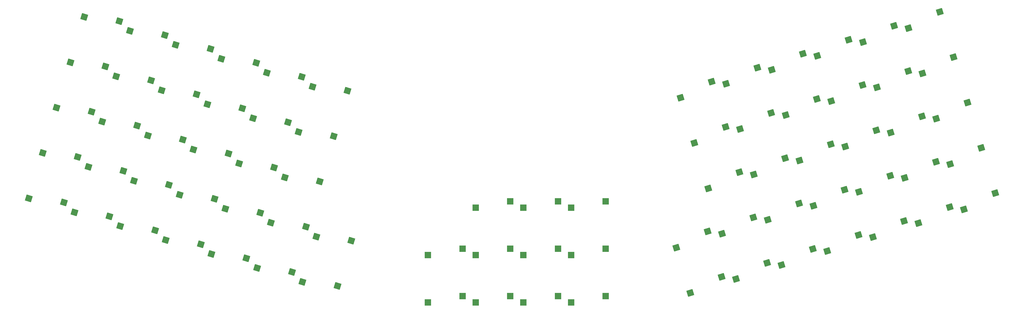
<source format=gbp>
G04 #@! TF.GenerationSoftware,KiCad,Pcbnew,8.0.6*
G04 #@! TF.CreationDate,2024-10-28T13:20:39+01:00*
G04 #@! TF.ProjectId,pteranodon,70746572-616e-46f6-946f-6e2e6b696361,rev?*
G04 #@! TF.SameCoordinates,Original*
G04 #@! TF.FileFunction,Paste,Bot*
G04 #@! TF.FilePolarity,Positive*
%FSLAX46Y46*%
G04 Gerber Fmt 4.6, Leading zero omitted, Abs format (unit mm)*
G04 Created by KiCad (PCBNEW 8.0.6) date 2024-10-28 13:20:39*
%MOMM*%
%LPD*%
G01*
G04 APERTURE LIST*
G04 Aperture macros list*
%AMRotRect*
0 Rectangle, with rotation*
0 The origin of the aperture is its center*
0 $1 length*
0 $2 width*
0 $3 Rotation angle, in degrees counterclockwise*
0 Add horizontal line*
21,1,$1,$2,0,0,$3*%
G04 Aperture macros list end*
%ADD10R,2.550000X2.500000*%
%ADD11RotRect,2.550000X2.500000X17.000000*%
%ADD12RotRect,2.550000X2.500000X343.000000*%
G04 APERTURE END LIST*
D10*
X246170521Y-165337278D03*
X232320521Y-167877278D03*
X246170522Y-203282278D03*
X232320522Y-205822278D03*
D11*
X292493099Y-195549600D03*
X279990902Y-202027962D03*
D12*
X119037043Y-133658381D03*
X105049598Y-132038047D03*
D11*
X323473092Y-166238679D03*
X310970895Y-172717041D03*
D12*
X95226514Y-146218159D03*
X81239069Y-144597825D03*
X142847575Y-121098607D03*
X128860130Y-119478273D03*
D11*
X286946075Y-177406108D03*
X274443878Y-183884470D03*
D12*
X113490021Y-151801873D03*
X99502576Y-150181539D03*
X53152472Y-153194222D03*
X39165027Y-151573888D03*
D11*
X312379049Y-129951695D03*
X299876852Y-136430057D03*
X305209585Y-171822392D03*
X292707388Y-178300754D03*
D12*
X88057049Y-104347460D03*
X74069604Y-102727126D03*
X34888966Y-147610506D03*
X20901521Y-145990172D03*
D11*
X361547576Y-95079980D03*
X349045379Y-101558342D03*
X310756607Y-189965883D03*
X298254410Y-196444245D03*
X396433407Y-143932472D03*
X383931210Y-150410834D03*
D10*
X227072523Y-203282278D03*
X213222523Y-205822278D03*
D12*
X40435988Y-129467015D03*
X26448543Y-127846681D03*
D10*
X207974522Y-184309778D03*
X194124522Y-186849778D03*
D11*
X325058046Y-106235949D03*
X312555849Y-112714311D03*
D12*
X124584066Y-115514890D03*
X110596621Y-113894556D03*
D11*
X317926071Y-148095186D03*
X305423874Y-154573548D03*
D12*
X45983009Y-111323523D03*
X31995564Y-109703189D03*
X138829274Y-199227636D03*
X124841829Y-197607302D03*
D11*
X401980428Y-162075963D03*
X389478231Y-168554325D03*
D12*
X131753528Y-157385588D03*
X117766083Y-155765254D03*
X58699496Y-135050730D03*
X44712051Y-133430396D03*
D11*
X299662563Y-153678900D03*
X287160366Y-160157262D03*
D12*
X65868960Y-176921430D03*
X51881515Y-175301096D03*
D11*
X360000107Y-155071248D03*
X347497910Y-161549610D03*
X379792340Y-89501996D03*
X367290143Y-95980358D03*
X330642557Y-124367979D03*
X318140360Y-130846341D03*
D12*
X107943000Y-169945367D03*
X93955555Y-168325033D03*
D10*
X227072521Y-165337278D03*
X213222521Y-167877278D03*
D12*
X100773535Y-128074669D03*
X86786090Y-126454335D03*
X126206508Y-175529080D03*
X112219063Y-173908746D03*
D10*
X246170521Y-184309778D03*
X232320521Y-186849778D03*
D11*
X390886386Y-125788979D03*
X378384189Y-132267341D03*
X343302810Y-100657965D03*
X330800613Y-107136327D03*
X288568517Y-117391917D03*
X276066320Y-123870279D03*
D12*
X82510029Y-122490953D03*
X68522584Y-120870619D03*
D10*
X207974522Y-203282278D03*
X194124522Y-205822278D03*
D11*
X347283623Y-178798456D03*
X334781426Y-185276818D03*
D12*
X29341945Y-165753998D03*
X15354500Y-164133664D03*
D11*
X365547131Y-173214740D03*
X353044934Y-179693102D03*
D12*
X76963007Y-140634444D03*
X62975562Y-139014110D03*
D11*
X367169573Y-113200549D03*
X354667376Y-119678911D03*
D12*
X144376300Y-181084143D03*
X130388855Y-179463809D03*
X47605452Y-171337713D03*
X33618007Y-169717379D03*
X120659486Y-193672572D03*
X106672041Y-192052238D03*
D11*
X306813282Y-111813932D03*
X294311085Y-118292294D03*
D12*
X84132471Y-182505143D03*
X70145026Y-180884809D03*
X102395978Y-188088859D03*
X88408533Y-186468525D03*
D10*
X227072521Y-184309778D03*
X213222521Y-186849778D03*
X188876522Y-203282278D03*
X175026522Y-205822278D03*
D11*
X378263618Y-149487533D03*
X365761421Y-155965895D03*
X383810640Y-167631024D03*
X371308443Y-174109386D03*
X329020113Y-184382171D03*
X316517916Y-190860533D03*
D10*
X207974522Y-165337278D03*
X194124522Y-167877278D03*
X188876522Y-184309779D03*
X175026522Y-186849779D03*
D11*
X372716593Y-131344040D03*
X360214396Y-137822402D03*
D12*
X89679493Y-164361652D03*
X75692048Y-162741318D03*
X51530033Y-93180032D03*
X37542588Y-91559698D03*
D11*
X348906064Y-118784264D03*
X336403867Y-125262626D03*
D12*
X69793543Y-98763746D03*
X55806098Y-97143412D03*
D11*
X354453086Y-136927755D03*
X341950889Y-143406117D03*
D12*
X64246521Y-116907238D03*
X50259076Y-115286904D03*
D11*
X385339364Y-107645487D03*
X372837167Y-114123849D03*
X341736599Y-160654963D03*
X329234402Y-167133325D03*
D12*
X137300553Y-139242099D03*
X123313108Y-137621765D03*
X106320558Y-109931177D03*
X92333113Y-108310843D03*
D11*
X294115539Y-135535409D03*
X281613342Y-142013771D03*
D12*
X71415983Y-158777936D03*
X57428538Y-157157602D03*
D11*
X336189578Y-142511472D03*
X323687381Y-148989834D03*
M02*

</source>
